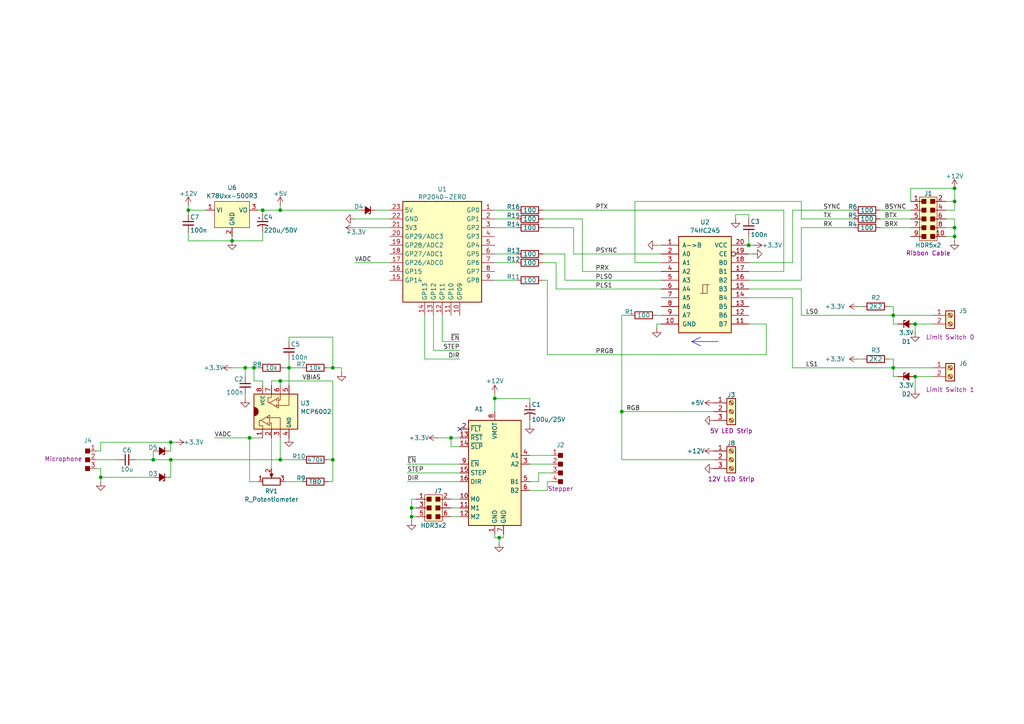
<source format=kicad_sch>
(kicad_sch (version 20231120) (generator "eeschema") (generator_version "8.0")
  (paper "A4")
  (lib_symbols
    (symbol "Aquiot-R8:K78Uxx-500R3"
      (property "Reference" "U" (at 0 1.778 0))
      (property "Value" "K78Uxx-500R3" (at 0 0 0))
      (symbol "K78Uxx-500R3_1_1"
        (pin power_in line (at -7.62 -3.81 0) (length 2.54) (name "VI") (number "1"))
        (pin passive line (at 0 -11.43 90) (length 2.54) (name "GND") (number "2"))
        (pin power_out line (at 7.62 -3.81 180) (length 2.54) (name "VO") (number "3"))
      )
    )
    (symbol "Aquiot-R8:RP2040-ZERO"
      (property "Reference" "U1" (at 0 6.096 0))
      (property "Value" "RP2040-ZERO" (at 0 3.81 0))
      (symbol "RP2040-ZERO_1_0"
        (pin bidirectional line (at 15.24 0 180) (length 3.81) (name "GP0") (number "1"))
        (pin bidirectional line (at 5.08 -30.48 90) (length 3.81) (name "GP09") (number "10"))
        (pin bidirectional line (at 2.54 -30.48 90) (length 3.81) (name "GP10") (number "11"))
        (pin bidirectional line (at 0 -30.48 90) (length 3.81) (name "GP11") (number "12"))
        (pin bidirectional line (at -2.54 -30.48 90) (length 3.81) (name "GP12") (number "13"))
        (pin bidirectional line (at -5.08 -30.48 90) (length 3.81) (name "GP13") (number "14"))
        (pin bidirectional line (at -15.24 -20.32 0) (length 3.81) (name "GP14") (number "15"))
        (pin bidirectional line (at -15.24 -17.78 0) (length 3.81) (name "GP15") (number "16"))
        (pin bidirectional line (at -15.24 -15.24 0) (length 3.81) (name "GP26/ADC0") (number "17"))
        (pin bidirectional line (at -15.24 -12.7 0) (length 3.81) (name "GP27/ADC1") (number "18"))
        (pin bidirectional line (at -15.24 -10.16 0) (length 3.81) (name "GP28/ADC2") (number "19"))
        (pin bidirectional line (at 15.24 -2.54 180) (length 3.81) (name "GP1") (number "2"))
        (pin bidirectional line (at -15.24 -7.62 0) (length 3.81) (name "GP29/ADC3") (number "20"))
        (pin power_in line (at -15.24 -5.08 0) (length 3.81) (name "3V3") (number "21"))
        (pin power_in line (at -15.24 -2.54 0) (length 3.81) (name "GND") (number "22"))
        (pin power_in line (at -15.24 0 0) (length 3.81) (name "5V") (number "23"))
        (pin bidirectional line (at 15.24 -5.08 180) (length 3.81) (name "GP2") (number "3"))
        (pin bidirectional line (at 15.24 -7.62 180) (length 3.81) (name "GP3") (number "4"))
        (pin bidirectional line (at 15.24 -10.16 180) (length 3.81) (name "GP4") (number "5"))
        (pin bidirectional line (at 15.24 -12.7 180) (length 3.81) (name "GP5") (number "6"))
        (pin bidirectional line (at 15.24 -15.24 180) (length 3.81) (name "GP6") (number "7"))
        (pin bidirectional line (at 15.24 -17.78 180) (length 3.81) (name "GP7") (number "8"))
        (pin bidirectional line (at 15.24 -20.32 180) (length 3.81) (name "GP8") (number "9"))
      )
    )
    (symbol "Aquiot:74HC245" (pin_names (offset 1.016))
      (property "Reference" "U" (at 0 16.51 0))
      (property "Value" "74HC245" (at 0 -13.97 0))
      (symbol "74HC245_1_0"
        (pin input line (at -12.7 12.7 0) (length 5.08) (name "A->B") (number "1"))
        (pin power_in line (at -12.7 -10.16 0) (length 5.08) (name "GND") (number "10"))
        (pin tri_state line (at 12.7 -10.16 180) (length 5.08) (name "B7") (number "11"))
        (pin tri_state line (at 12.7 -7.62 180) (length 5.08) (name "B6") (number "12"))
        (pin tri_state line (at 12.7 -5.08 180) (length 5.08) (name "B5") (number "13"))
        (pin tri_state line (at 12.7 -2.54 180) (length 5.08) (name "B4") (number "14"))
        (pin tri_state line (at 12.7 0 180) (length 5.08) (name "B3") (number "15"))
        (pin tri_state line (at 12.7 2.54 180) (length 5.08) (name "B2") (number "16"))
        (pin tri_state line (at 12.7 5.08 180) (length 5.08) (name "B1") (number "17"))
        (pin tri_state line (at 12.7 7.62 180) (length 5.08) (name "B0") (number "18"))
        (pin input inverted (at 12.7 10.16 180) (length 5.08) (name "CE") (number "19"))
        (pin tri_state line (at -12.7 10.16 0) (length 5.08) (name "A0") (number "2"))
        (pin power_in line (at 12.7 12.7 180) (length 5.08) (name "VCC") (number "20"))
        (pin tri_state line (at -12.7 7.62 0) (length 5.08) (name "A1") (number "3"))
        (pin tri_state line (at -12.7 5.08 0) (length 5.08) (name "A2") (number "4"))
        (pin tri_state line (at -12.7 2.54 0) (length 5.08) (name "A3") (number "5"))
        (pin tri_state line (at -12.7 0 0) (length 5.08) (name "A4") (number "6"))
        (pin tri_state line (at -12.7 -2.54 0) (length 5.08) (name "A5") (number "7"))
        (pin tri_state line (at -12.7 -5.08 0) (length 5.08) (name "A6") (number "8"))
        (pin tri_state line (at -12.7 -7.62 0) (length 5.08) (name "A7") (number "9"))
      )
    )
    (symbol "Aquiot:HDR3" (pin_names (offset 0.762) hide)
      (property "Reference" "J" (at 0 2.54 0))
      (property "Value" "HDR3" (at 0 -6.985 0))
      (symbol "HDR3_0_1"
        (pin passive line (at -2.54 0 0) (length 1.905) (name "1") (number "1"))
      )
      (symbol "HDR3_1_1"
        (pin passive line (at -2.54 -2.54 0) (length 1.905) (name "2") (number "2"))
        (pin passive line (at -2.54 -5.08 0) (length 1.905) (name "3") (number "3"))
      )
    )
    (symbol "Aquiot:HDR3x2" (pin_names (offset 1.016) hide)
      (property "Reference" "J" (at 0 5.08 0))
      (property "Value" "HDR3x2" (at 0 -5.08 0))
      (property "DK" "2057-PH2-06-UA-ND,S2011EC-03-ND" (at 0 -7.62 0))
      (symbol "HDR3x2_1_1"
        (pin passive line (at -5.08 2.54 0) (length 3.175) (name "1") (number "1"))
        (pin passive line (at 5.08 2.54 180) (length 3.175) (name "2") (number "2"))
        (pin passive line (at -5.08 0 0) (length 3.175) (name "3") (number "3"))
        (pin passive line (at 5.08 0 180) (length 3.175) (name "4") (number "4"))
        (pin passive line (at -5.08 -2.54 0) (length 3.175) (name "5") (number "5"))
        (pin passive line (at 5.08 -2.54 180) (length 3.175) (name "6") (number "6"))
      )
    )
    (symbol "Aquiot:HDR4" (pin_names (offset 0.762) hide)
      (property "Reference" "J" (at 0 2.54 0))
      (property "Value" "HDR4" (at 0 -9.525 0))
      (symbol "HDR4_0_1"
        (pin passive line (at -2.54 0 0) (length 1.905) (name "1") (number "1"))
      )
      (symbol "HDR4_1_1"
        (pin passive line (at -2.54 -2.54 0) (length 1.905) (name "2") (number "2"))
        (pin passive line (at -2.54 -5.08 0) (length 1.905) (name "3") (number "3"))
        (pin passive line (at -2.54 -7.62 0) (length 1.905) (name "4") (number "4"))
      )
    )
    (symbol "Aquiot:HDR5x2" (pin_names (offset 1.016) hide)
      (property "Reference" "J" (at 0 7.62 0))
      (property "Value" "HDR5x2" (at 0 -7.62 0))
      (symbol "HDR5x2_1_1"
        (pin passive line (at -5.08 5.08 0) (length 3.175) (name "1") (number "1"))
        (pin passive line (at 5.08 -5.08 180) (length 3.175) (name "10") (number "10"))
        (pin passive line (at 5.08 5.08 180) (length 3.175) (name "2") (number "2"))
        (pin passive line (at -5.08 2.54 0) (length 3.175) (name "3") (number "3"))
        (pin passive line (at 5.08 2.54 180) (length 3.175) (name "4") (number "4"))
        (pin passive line (at -5.08 0 0) (length 3.175) (name "5") (number "5"))
        (pin passive line (at 5.08 0 180) (length 3.175) (name "6") (number "6"))
        (pin passive line (at -5.08 -2.54 0) (length 3.175) (name "7") (number "7"))
        (pin passive line (at 5.08 -2.54 180) (length 3.175) (name "8") (number "8"))
        (pin passive line (at -5.08 -5.08 0) (length 3.175) (name "9") (number "9"))
      )
    )
    (symbol "Aquiot:MCP6002" (pin_names (offset 0.254))
      (property "Reference" "U" (at 0 3.81 0))
      (property "Value" "MCP6002" (at 0 -11.43 0))
      (property "DK" "MCP6002T-E/SNCT-ND" (at 0 -13.97 0))
      (symbol "MCP6002_1_1"
        (pin passive line (at -7.62 0 0) (length 2.54) (name "AO") (number "1"))
        (pin passive line (at -7.62 -2.54 0) (length 2.54) (name "A-") (number "2"))
        (pin passive line (at -7.62 -5.08 0) (length 2.54) (name "A+") (number "3"))
        (pin power_in line (at -7.62 -7.62 0) (length 2.54) (name "GND") (number "4"))
        (pin passive line (at 7.62 -7.62 180) (length 2.54) (name "B+") (number "5"))
        (pin passive line (at 7.62 -5.08 180) (length 2.54) (name "B-") (number "6"))
        (pin passive line (at 7.62 -2.54 180) (length 2.54) (name "BO") (number "7"))
        (pin power_in line (at 7.62 0 180) (length 2.54) (name "VCC") (number "8"))
      )
    )
    (symbol "Connector:Screw_Terminal_01x02" (pin_names (offset 1.016) hide)
      (property "Reference" "J" (at 0 2.54 0))
      (property "Value" "Screw_Terminal_01x02" (at 0 -5.08 0))
      (symbol "Screw_Terminal_01x02_1_1"
        (pin passive line (at -5.08 0 0) (length 3.81) (name "Pin_1") (number "1"))
        (pin passive line (at -5.08 -2.54 0) (length 3.81) (name "Pin_2") (number "2"))
      )
    )
    (symbol "Connector:Screw_Terminal_01x03" (pin_names (offset 1.016) hide)
      (property "Reference" "J" (at 0 5.08 0))
      (property "Value" "Screw_Terminal_01x03" (at 0 -5.08 0))
      (symbol "Screw_Terminal_01x03_1_1"
        (pin passive line (at -5.08 2.54 0) (length 3.81) (name "Pin_1") (number "1"))
        (pin passive line (at -5.08 0 0) (length 3.81) (name "Pin_2") (number "2"))
        (pin passive line (at -5.08 -2.54 0) (length 3.81) (name "Pin_3") (number "3"))
      )
    )
    (symbol "Device:C_Polarized_Small_US" (pin_numbers hide) (pin_names (offset 0.254) hide)
      (property "Reference" "C" (at 0.254 1.778 0))
      (property "Value" "C_Polarized_Small_US" (at 0.254 -2.032 0))
      (symbol "C_Polarized_Small_US_1_1"
        (pin passive line (at 0 2.54 270) (length 2.032) (name "~") (number "1"))
        (pin passive line (at 0 -2.54 90) (length 2.032) (name "~") (number "2"))
      )
    )
    (symbol "Device:C_Small" (pin_numbers hide) (pin_names (offset 0.254) hide)
      (property "Reference" "C" (at 0.254 1.778 0))
      (property "Value" "C_Small" (at 0.254 -2.032 0))
      (symbol "C_Small_1_1"
        (pin passive line (at 0 2.54 270) (length 2.032) (name "~") (number "1"))
        (pin passive line (at 0 -2.54 90) (length 2.032) (name "~") (number "2"))
      )
    )
    (symbol "Device:D_Zener_Small_Filled" (pin_numbers hide) (pin_names (offset 0.254) hide)
      (property "Reference" "D" (at 0 2.286 0))
      (property "Value" "D_Zener_Small_Filled" (at 0 -2.286 0))
      (symbol "D_Zener_Small_Filled_1_1"
        (pin passive line (at -2.54 0 0) (length 1.778) (name "K") (number "1"))
        (pin passive line (at 2.54 0 180) (length 1.778) (name "A") (number "2"))
      )
    )
    (symbol "Device:R" (pin_numbers hide) (pin_names (offset 0))
      (property "Reference" "R" (at 2.032 0 90))
      (property "Value" "R" (at 0 0 90))
      (symbol "R_1_1"
        (pin passive line (at 0 3.81 270) (length 1.27) (name "~") (number "1"))
        (pin passive line (at 0 -3.81 90) (length 1.27) (name "~") (number "2"))
      )
    )
    (symbol "Device:R_Potentiometer" (pin_names (offset 1.016) hide)
      (property "Reference" "RV" (at -4.445 0 90))
      (property "Value" "R_Potentiometer" (at -2.54 0 90))
      (symbol "R_Potentiometer_1_1"
        (pin passive line (at 0 3.81 270) (length 1.27) (name "1") (number "1"))
        (pin passive line (at 3.81 0 180) (length 1.27) (name "2") (number "2"))
        (pin passive line (at 0 -3.81 90) (length 1.27) (name "3") (number "3"))
      )
    )
    (symbol "Driver_Motor:Pololu_Breakout_DRV8825"
      (property "Reference" "A" (at -2.54 16.51 0))
      (property "Value" "Pololu_Breakout_DRV8825" (at -2.54 13.97 0))
      (symbol "Pololu_Breakout_DRV8825_1_1"
        (pin power_in line (at 0 -20.32 90) (length 2.54) (name "GND") (number "1"))
        (pin input line (at -10.16 -10.16 0) (length 2.54) (name "M0") (number "10"))
        (pin input line (at -10.16 -12.7 0) (length 2.54) (name "M1") (number "11"))
        (pin input line (at -10.16 -15.24 0) (length 2.54) (name "M2") (number "12"))
        (pin input line (at -10.16 7.62 0) (length 2.54) (name "~{RST}") (number "13"))
        (pin input line (at -10.16 5.08 0) (length 2.54) (name "~{SLP}") (number "14"))
        (pin input line (at -10.16 -2.54 0) (length 2.54) (name "STEP") (number "15"))
        (pin input line (at -10.16 -5.08 0) (length 2.54) (name "DIR") (number "16"))
        (pin output line (at -10.16 10.16 0) (length 2.54) (name "~{FLT}") (number "2"))
        (pin output line (at 10.16 0 180) (length 2.54) (name "A2") (number "3"))
        (pin output line (at 10.16 2.54 180) (length 2.54) (name "A1") (number "4"))
        (pin output line (at 10.16 -5.08 180) (length 2.54) (name "B1") (number "5"))
        (pin output line (at 10.16 -7.62 180) (length 2.54) (name "B2") (number "6"))
        (pin power_in line (at 2.54 -20.32 90) (length 2.54) (name "GND") (number "7"))
        (pin power_in line (at 0 15.24 270) (length 2.54) (name "VMOT") (number "8"))
        (pin input line (at -10.16 0 0) (length 2.54) (name "~{EN}") (number "9"))
      )
    )
    (symbol "power:+12V" (power) (pin_numbers hide) (pin_names (offset 0) hide)
      (property "Value" "+12V" (at 0 3.556 0))
      (symbol "+12V_1_1"
        (pin power_in line (at 0 0 90) (length 0) (name "~") (number "1"))
      )
    )
    (symbol "power:+3.3V" (power) (pin_numbers hide) (pin_names (offset 0) hide)
      (property "Value" "+3.3V" (at 0 3.556 0))
      (symbol "+3.3V_1_1"
        (pin power_in line (at 0 0 90) (length 0) (name "~") (number "1"))
      )
    )
    (symbol "power:+5V" (power) (pin_numbers hide) (pin_names (offset 0) hide)
      (property "Value" "+5V" (at 0 3.556 0))
      (symbol "+5V_1_1"
        (pin power_in line (at 0 0 90) (length 0) (name "~") (number "1"))
      )
    )
    (symbol "power:GND" (power) (pin_numbers hide) (pin_names (offset 0) hide)
      (property "Value" "GND" (at 0 -3.81 0))
      (symbol "GND_1_1"
        (pin power_in line (at 0 0 270) (length 0) (name "~") (number "1"))
      )
    )
  )
  (junction (at 96.52 133.35))
  (junction (at 144.78 155.956))
  (junction (at 71.12 106.68))
  (junction (at 119.38 147.32))
  (junction (at 143.51 115.57))
  (junction (at 259.08 106.68))
  (junction (at 49.53 133.35))
  (junction (at 119.38 149.86))
  (junction (at 81.28 110.49))
  (junction (at 265.43 93.98))
  (junction (at 44.45 133.35))
  (junction (at 265.43 109.22))
  (junction (at 29.21 138.43))
  (junction (at 276.86 66.04))
  (junction (at 180.34 119.38))
  (junction (at 49.53 128.27))
  (junction (at 259.08 91.44))
  (junction (at 81.28 60.96))
  (junction (at 276.86 54.61))
  (junction (at 72.39 127))
  (junction (at 83.82 106.68))
  (junction (at 54.61 60.96))
  (junction (at 217.17 71.12))
  (junction (at 81.28 133.35))
  (junction (at 276.86 68.58))
  (junction (at 73.66 106.68))
  (junction (at 276.86 58.42))
  (junction (at 67.31 69.85))
  (junction (at 96.52 106.68))
  (junction (at 130.81 127))
  (junction (at 76.2 60.96))
  (no_connect (at 133.35 124.46))
  (wire (pts (xy 157.48 81.28) (xy 158.75 81.28)))
  (wire (pts (xy 29.21 138.43) (xy 29.21 139.7)))
  (wire (pts (xy 133.35 101.6) (xy 125.73 101.6)))
  (wire (pts (xy 76.2 60.96) (xy 76.2 62.23)))
  (wire (pts (xy 163.83 81.28) (xy 191.77 81.28)))
  (wire (pts (xy 44.45 130.81) (xy 44.45 133.35)))
  (wire (pts (xy 54.61 69.85) (xy 67.31 69.85)))
  (wire (pts (xy 27.94 135.89) (xy 29.21 135.89)))
  (wire (pts (xy 257.81 104.14) (xy 259.08 104.14)))
  (wire (pts (xy 161.29 76.2) (xy 161.29 83.82)))
  (wire (pts (xy 217.17 93.98) (xy 222.25 93.98)))
  (wire (pts (xy 184.15 76.2) (xy 184.15 58.42)))
  (wire (pts (xy 248.92 104.14) (xy 250.19 104.14)))
  (wire (pts (xy 213.36 62.23) (xy 217.17 62.23)))
  (wire (pts (xy 213.36 63.5) (xy 213.36 62.23)))
  (wire (pts (xy 146.05 155.956) (xy 144.78 155.956)))
  (wire (pts (xy 166.37 73.66) (xy 191.77 73.66)))
  (wire (pts (xy 81.28 60.96) (xy 104.14 60.96)))
  (wire (pts (xy 157.48 63.5) (xy 168.91 63.5)))
  (wire (pts (xy 119.38 147.32) (xy 120.65 147.32)))
  (wire (pts (xy 119.38 149.86) (xy 119.38 151.13)))
  (wire (pts (xy 143.51 81.28) (xy 149.86 81.28)))
  (wire (pts (xy 157.48 76.2) (xy 161.29 76.2)))
  (wire (pts (xy 259.08 109.22) (xy 260.35 109.22)))
  (wire (pts (xy 265.43 93.98) (xy 265.43 96.52)))
  (wire (pts (xy 143.51 154.94) (xy 143.51 155.956)))
  (wire (pts (xy 73.66 106.68) (xy 74.93 106.68)))
  (wire (pts (xy 232.41 81.28) (xy 232.41 66.04)))
  (wire (pts (xy 259.08 109.22) (xy 259.08 106.68)))
  (wire (pts (xy 255.27 63.5) (xy 264.16 63.5)))
  (wire (pts (xy 78.74 111.76) (xy 78.74 110.49)))
  (wire (pts (xy 255.27 60.96) (xy 264.16 60.96)))
  (wire (pts (xy 217.17 83.82) (xy 232.41 83.82)))
  (wire (pts (xy 229.87 60.96) (xy 247.65 60.96)))
  (wire (pts (xy 259.08 91.44) (xy 270.51 91.44)))
  (wire (pts (xy 217.17 78.74) (xy 227.33 78.74)))
  (wire (pts (xy 67.31 68.58) (xy 67.31 69.85)))
  (polyline (pts (xy 200.66 99.06) (xy 208.28 99.06)))
  (wire (pts (xy 123.19 104.14) (xy 123.19 91.44)))
  (wire (pts (xy 95.25 106.68) (xy 96.52 106.68)))
  (wire (pts (xy 76.2 67.31) (xy 76.2 69.85)))
  (polyline (pts (xy 203.2 97.79) (xy 200.66 99.06)))
  (wire (pts (xy 127 127) (xy 130.81 127)))
  (wire (pts (xy 163.83 81.28) (xy 163.83 73.66)))
  (wire (pts (xy 158.75 81.28) (xy 158.75 102.87)))
  (wire (pts (xy 95.25 133.35) (xy 96.52 133.35)))
  (wire (pts (xy 74.93 60.96) (xy 76.2 60.96)))
  (wire (pts (xy 83.82 104.14) (xy 83.82 106.68)))
  (wire (pts (xy 158.75 139.7) (xy 158.75 142.24)))
  (wire (pts (xy 191.77 76.2) (xy 184.15 76.2)))
  (wire (pts (xy 264.16 54.61) (xy 276.86 54.61)))
  (wire (pts (xy 82.55 106.68) (xy 83.82 106.68)))
  (wire (pts (xy 96.52 97.79) (xy 96.52 106.68)))
  (wire (pts (xy 153.67 139.7) (xy 156.21 139.7)))
  (wire (pts (xy 82.55 139.7) (xy 87.63 139.7)))
  (wire (pts (xy 157.48 60.96) (xy 227.33 60.96)))
  (wire (pts (xy 143.51 76.2) (xy 149.86 76.2)))
  (wire (pts (xy 161.29 83.82) (xy 191.77 83.82)))
  (wire (pts (xy 274.32 68.58) (xy 276.86 68.58)))
  (wire (pts (xy 153.67 121.92) (xy 153.67 123.19)))
  (wire (pts (xy 157.48 66.04) (xy 166.37 66.04)))
  (wire (pts (xy 62.23 127) (xy 72.39 127)))
  (wire (pts (xy 222.25 93.98) (xy 222.25 102.87)))
  (wire (pts (xy 143.51 73.66) (xy 149.86 73.66)))
  (wire (pts (xy 125.73 101.6) (xy 125.73 91.44)))
  (wire (pts (xy 264.16 58.42) (xy 264.16 54.61)))
  (wire (pts (xy 67.31 106.68) (xy 71.12 106.68)))
  (wire (pts (xy 265.43 109.22) (xy 270.51 109.22)))
  (wire (pts (xy 184.15 58.42) (xy 232.41 58.42)))
  (wire (pts (xy 71.12 106.68) (xy 73.66 106.68)))
  (wire (pts (xy 259.08 88.9) (xy 259.08 91.44)))
  (wire (pts (xy 49.53 133.35) (xy 81.28 133.35)))
  (wire (pts (xy 29.21 130.81) (xy 27.94 130.81)))
  (wire (pts (xy 191.77 93.98) (xy 190.5 93.98)))
  (wire (pts (xy 146.05 154.94) (xy 146.05 155.956)))
  (wire (pts (xy 128.27 99.06) (xy 128.27 91.44)))
  (wire (pts (xy 229.87 86.36) (xy 229.87 106.68)))
  (wire (pts (xy 257.81 88.9) (xy 259.08 88.9)))
  (wire (pts (xy 81.28 133.35) (xy 87.63 133.35)))
  (wire (pts (xy 78.74 110.49) (xy 81.28 110.49)))
  (wire (pts (xy 190.5 93.98) (xy 190.5 95.25)))
  (wire (pts (xy 156.21 137.16) (xy 160.02 137.16)))
  (wire (pts (xy 143.51 115.57) (xy 143.51 119.38)))
  (wire (pts (xy 76.2 69.85) (xy 67.31 69.85)))
  (wire (pts (xy 133.35 99.06) (xy 128.27 99.06)))
  (wire (pts (xy 130.81 129.54) (xy 130.81 127)))
  (wire (pts (xy 74.93 139.7) (xy 72.39 139.7)))
  (wire (pts (xy 180.34 91.44) (xy 182.88 91.44)))
  (wire (pts (xy 133.35 129.54) (xy 130.81 129.54)))
  (wire (pts (xy 158.75 142.24) (xy 153.67 142.24)))
  (wire (pts (xy 39.37 133.35) (xy 44.45 133.35)))
  (wire (pts (xy 153.67 115.57) (xy 153.67 116.84)))
  (wire (pts (xy 102.87 66.04) (xy 113.03 66.04)))
  (wire (pts (xy 118.11 139.7) (xy 133.35 139.7)))
  (wire (pts (xy 96.52 133.35) (xy 96.52 139.7)))
  (wire (pts (xy 276.86 58.42) (xy 274.32 58.42)))
  (wire (pts (xy 229.87 106.68) (xy 259.08 106.68)))
  (wire (pts (xy 229.87 76.2) (xy 229.87 60.96)))
  (wire (pts (xy 49.53 128.27) (xy 29.21 128.27)))
  (wire (pts (xy 96.52 139.7) (xy 95.25 139.7)))
  (wire (pts (xy 99.06 106.68) (xy 99.06 107.95)))
  (wire (pts (xy 71.12 114.3) (xy 71.12 115.57)))
  (wire (pts (xy 73.66 110.49) (xy 73.66 106.68)))
  (wire (pts (xy 217.17 76.2) (xy 229.87 76.2)))
  (wire (pts (xy 207.01 133.35) (xy 180.34 133.35)))
  (wire (pts (xy 49.53 133.35) (xy 49.53 138.43)))
  (wire (pts (xy 102.87 76.2) (xy 113.03 76.2)))
  (wire (pts (xy 27.94 133.35) (xy 34.29 133.35)))
  (wire (pts (xy 118.11 137.16) (xy 133.35 137.16)))
  (wire (pts (xy 143.51 60.96) (xy 149.86 60.96)))
  (wire (pts (xy 259.08 91.44) (xy 259.08 93.98)))
  (wire (pts (xy 156.21 139.7) (xy 156.21 137.16)))
  (wire (pts (xy 180.34 133.35) (xy 180.34 119.38)))
  (wire (pts (xy 76.2 110.49) (xy 73.66 110.49)))
  (wire (pts (xy 76.2 60.96) (xy 81.28 60.96)))
  (wire (pts (xy 255.27 66.04) (xy 264.16 66.04)))
  (wire (pts (xy 78.74 127) (xy 78.74 135.89)))
  (wire (pts (xy 144.78 155.956) (xy 143.51 155.956)))
  (wire (pts (xy 232.41 83.82) (xy 232.41 91.44)))
  (wire (pts (xy 265.43 109.22) (xy 265.43 113.03)))
  (wire (pts (xy 119.38 147.32) (xy 119.38 149.86)))
  (wire (pts (xy 109.22 60.96) (xy 113.03 60.96)))
  (wire (pts (xy 87.63 106.68) (xy 83.82 106.68)))
  (wire (pts (xy 143.51 115.57) (xy 153.67 115.57)))
  (wire (pts (xy 232.41 66.04) (xy 247.65 66.04)))
  (wire (pts (xy 130.81 149.86) (xy 133.35 149.86)))
  (wire (pts (xy 81.28 110.49) (xy 96.52 110.49)))
  (wire (pts (xy 217.17 71.12) (xy 218.44 71.12)))
  (wire (pts (xy 180.34 91.44) (xy 180.34 119.38)))
  (wire (pts (xy 259.08 93.98) (xy 260.35 93.98)))
  (wire (pts (xy 227.33 78.74) (xy 227.33 60.96)))
  (wire (pts (xy 76.2 111.76) (xy 76.2 110.49)))
  (wire (pts (xy 259.08 106.68) (xy 270.51 106.68)))
  (wire (pts (xy 54.61 67.31) (xy 54.61 69.85)))
  (wire (pts (xy 276.86 60.96) (xy 276.86 58.42)))
  (wire (pts (xy 54.61 60.96) (xy 59.69 60.96)))
  (wire (pts (xy 29.21 128.27) (xy 29.21 130.81)))
  (wire (pts (xy 83.82 97.79) (xy 83.82 99.06)))
  (wire (pts (xy 166.37 66.04) (xy 166.37 73.66)))
  (wire (pts (xy 232.41 91.44) (xy 259.08 91.44)))
  (wire (pts (xy 190.5 71.12) (xy 191.77 71.12)))
  (wire (pts (xy 143.51 114.3) (xy 143.51 115.57)))
  (wire (pts (xy 168.91 78.74) (xy 191.77 78.74)))
  (wire (pts (xy 270.51 93.98) (xy 265.43 93.98)))
  (wire (pts (xy 83.82 106.68) (xy 83.82 111.76)))
  (wire (pts (xy 72.39 127) (xy 76.2 127)))
  (wire (pts (xy 163.83 73.66) (xy 157.48 73.66)))
  (wire (pts (xy 99.06 106.68) (xy 96.52 106.68)))
  (wire (pts (xy 102.87 63.5) (xy 113.03 63.5)))
  (wire (pts (xy 54.61 59.69) (xy 54.61 60.96)))
  (wire (pts (xy 118.11 134.62) (xy 133.35 134.62)))
  (wire (pts (xy 119.38 144.78) (xy 119.38 147.32)))
  (wire (pts (xy 119.38 149.86) (xy 120.65 149.86)))
  (wire (pts (xy 130.81 147.32) (xy 133.35 147.32)))
  (wire (pts (xy 168.91 63.5) (xy 168.91 78.74)))
  (wire (pts (xy 120.65 144.78) (xy 119.38 144.78)))
  (wire (pts (xy 153.67 132.08) (xy 160.02 132.08)))
  (wire (pts (xy 160.02 139.7) (xy 158.75 139.7)))
  (wire (pts (xy 133.35 104.14) (xy 123.19 104.14)))
  (wire (pts (xy 259.08 104.14) (xy 259.08 106.68)))
  (wire (pts (xy 217.17 81.28) (xy 232.41 81.28)))
  (wire (pts (xy 217.17 86.36) (xy 229.87 86.36)))
  (wire (pts (xy 180.34 119.38) (xy 207.01 119.38)))
  (wire (pts (xy 276.86 66.04) (xy 276.86 68.58)))
  (wire (pts (xy 274.32 63.5) (xy 276.86 63.5)))
  (wire (pts (xy 81.28 127) (xy 81.28 133.35)))
  (wire (pts (xy 72.39 139.7) (xy 72.39 127)))
  (wire (pts (xy 232.41 58.42) (xy 232.41 63.5)))
  (wire (pts (xy 190.5 91.44) (xy 191.77 91.44)))
  (wire (pts (xy 143.51 63.5) (xy 149.86 63.5)))
  (wire (pts (xy 217.17 73.66) (xy 218.44 73.66)))
  (wire (pts (xy 29.21 138.43) (xy 44.45 138.43)))
  (wire (pts (xy 217.17 62.23) (xy 217.17 63.5)))
  (wire (pts (xy 130.81 127) (xy 133.35 127)))
  (wire (pts (xy 144.78 155.956) (xy 144.78 157.48)))
  (wire (pts (xy 29.21 138.43) (xy 29.21 135.89)))
  (wire (pts (xy 50.8 128.27) (xy 49.53 128.27)))
  (wire (pts (xy 81.28 110.49) (xy 81.28 111.76)))
  (polyline (pts (xy 200.66 99.06) (xy 203.2 100.33)))
  (wire (pts (xy 276.86 68.58) (xy 276.86 69.85)))
  (wire (pts (xy 44.45 133.35) (xy 49.53 133.35)))
  (wire (pts (xy 274.32 60.96) (xy 276.86 60.96)))
  (wire (pts (xy 130.81 144.78) (xy 133.35 144.78)))
  (wire (pts (xy 276.86 54.61) (xy 276.86 58.42)))
  (wire (pts (xy 54.61 60.96) (xy 54.61 62.23)))
  (wire (pts (xy 83.82 97.79) (xy 96.52 97.79)))
  (wire (pts (xy 232.41 63.5) (xy 247.65 63.5)))
  (wire (pts (xy 143.51 66.04) (xy 149.86 66.04)))
  (wire (pts (xy 153.67 134.62) (xy 160.02 134.62)))
  (wire (pts (xy 248.92 88.9) (xy 250.19 88.9)))
  (wire (pts (xy 49.53 128.27) (xy 49.53 130.81)))
  (wire (pts (xy 96.52 110.49) (xy 96.52 133.35)))
  (wire (pts (xy 276.86 63.5) (xy 276.86 66.04)))
  (wire (pts (xy 217.17 68.58) (xy 217.17 71.12)))
  (wire (pts (xy 81.28 59.69) (xy 81.28 60.96)))
  (wire (pts (xy 274.32 66.04) (xy 276.86 66.04)))
  (wire (pts (xy 71.12 106.68) (xy 71.12 109.22)))
  (wire (pts (xy 158.75 102.87) (xy 222.25 102.87)))
  (label "VADC" (at 102.87 76.2 0))
  (label "PTX" (at 172.72 60.96 0))
  (label "PLS0" (at 172.72 81.28 0))
  (label "PRGB" (at 172.72 102.87 0))
  (label "TX" (at 238.76 63.5 0))
  (label "BTX" (at 256.54 63.5 0))
  (label "PRX" (at 172.72 78.74 0))
  (label "VADC" (at 62.23 127 0))
  (label "LS1" (at 233.68 106.68 0))
  (label "BRX" (at 256.54 66.04 0))
  (label "BSYNC" (at 256.54 60.96 0))
  (label "VBIAS" (at 87.63 110.49 0))
  (label "RX" (at 238.76 66.04 0))
  (label "STEP" (at 118.11 137.16 0))
  (label "SYNC" (at 238.76 60.96 0))
  (label "STEP" (at 133.35 101.6 180))
  (label "RGB" (at 181.61 119.38 0))
  (label "LS0" (at 233.68 91.44 0))
  (label "PLS1" (at 172.72 83.82 0))
  (label "~{EN}" (at 133.35 99.06 180))
  (label "~{EN}" (at 118.11 134.62 0))
  (label "DIR" (at 118.11 139.7 0))
  (label "DIR" (at 133.35 104.14 180))
  (label "PSYNC" (at 172.72 73.66 0))
  (symbol (lib_id "Device:R") (at 251.46 63.5 270) (mirror x) (unit 1)
    (property "Reference" "R5" (at 248.666 63.246 90) (effects (justify right top)))
    (property "Value" "100" (at 251.46 63.5 90))
    (property "Footprint" "Resistor_THT:R_Axial_DIN0207_L6.3mm_D2.5mm_P7.62mm_Horizontal" (effects (hide yes)))
    (property "Description" "Resistor" (effects (hide yes)))
  )
  (symbol (lib_id "Device:C_Small") (at 71.12 111.76 0) (mirror y) (unit 1)
    (property "Reference" "C2" (at 70.612 109.982 0) (effects (justify left)))
    (property "Value" "100n" (at 70.612 113.792 0) (effects (justify left)))
    (property "Footprint" "Aquiot:C_Ceramic-100mil-THT" (effects (hide yes)))
    (property "Datasheet" "http://www.vishay.com/docs/45171/kseries.pdf" (effects (hide yes)))
    (property "DK" "445-173269-1-ND" (effects (hide yes)))
  )
  (symbol (lib_id "Device:R") (at 254 104.14 90) (unit 1)
    (property "Reference" "R3" (at 254 101.6 90))
    (property "Value" "2K2" (at 254 104.14 90))
    (property "Footprint" "Resistor_THT:R_Axial_DIN0207_L6.3mm_D2.5mm_P7.62mm_Horizontal" (effects (hide yes)))
    (property "Description" "Pull-down resistor" (effects (hide yes)))
  )
  (symbol (lib_id "Aquiot:MCP6002") (at 76.2 119.38 90) (unit 1)
    (property "Reference" "U3" (at 87.122 116.9557 90) (effects (justify right)))
    (property "Value" "MCP6002" (at 87.122 119.38 90) (effects (justify right)))
    (property "Footprint" "Package_DIP:DIP-8_W7.62mm_Socket_LongPads" (effects (hide yes)))
    (property "Datasheet" "https://ww1.microchip.com/downloads/en/DeviceDoc/MCP6001-1R-1U-2-4-1-MHz-Low-Power-Op-Amp-DS20001733L.pdf" (effects (hide yes)))
    (property "Description" "Dual Operational Amplifiers, Rail-to-Rail, 8-SOIC" (effects (hide yes)))
    (property "DK" "MCP6002T-E/SNCT-ND" (effects (hide yes)))
  )
  (symbol (lib_id "power:GND") (at 99.06 107.95 0) (mirror y) (unit 1)
    (property "Reference" "#PWR015" (effects (hide yes)))
    (property "Value" "GND" (effects (hide yes)))
    (property "Description" "Power symbol creates a global label with name \"GND\" , ground" (effects (hide yes)))
  )
  (symbol (lib_id "power:GND") (at 213.36 63.5 0) (mirror y) (unit 1)
    (property "Reference" "#PWR022" (effects (hide yes)))
    (property "Value" "GND" (effects (hide yes)))
    (property "Description" "Power symbol creates a global label with name \"GND\" , ground" (effects (hide yes)))
  )
  (symbol (lib_id "Device:D_Zener_Small_Filled") (at 46.99 138.43 180) (unit 1)
    (property "Reference" "D3" (at 45.72 137.414 0) (effects (justify left)))
    (property "Value" "30V" (effects (hide yes)))
    (property "Footprint" "Diode_THT:D_A-405_P7.62mm_Horizontal" (effects (hide yes)))
  )
  (symbol (lib_id "power:GND") (at 29.21 139.7 0) (mirror y) (unit 1)
    (property "Reference" "#PWR023" (effects (hide yes)))
    (property "Value" "GND" (effects (hide yes)))
    (property "Description" "Power symbol creates a global label with name \"GND\" , ground" (effects (hide yes)))
  )
  (symbol (lib_id "power:GND") (at 207.01 121.92 270) (unit 1)
    (property "Reference" "#PWR026" (effects (hide yes)))
    (property "Value" "GND" (effects (hide yes)))
    (property "Description" "Power symbol creates a global label with name \"GND\" , ground" (effects (hide yes)))
  )
  (symbol (lib_id "Aquiot:HDR4") (at 162.56 132.08 0) (unit 1)
    (property "Reference" "J2" (at 162.56 129.794 0) (effects (justify bottom)))
    (property "Value" "HDR4" (effects (hide yes)))
    (property "Footprint" "Button_Switch_THT:SW_DIP_SPSTx02_Slide_6.7x6.64mm_W7.62mm_P2.54mm_LowProfile" (effects (hide yes)))
    (property "Description" "Generic connector, single row, 01x04, script generated" (effects (hide yes)))
    (property "Function" "Stepper" (at 162.56 141.732 0))
  )
  (symbol (lib_id "Device:R") (at 153.67 60.96 270) (mirror x) (unit 1)
    (property "Reference" "R16" (at 150.876 60.706 90) (effects (justify right top)))
    (property "Value" "100" (at 153.67 60.96 90))
    (property "Footprint" "Resistor_THT:R_Axial_DIN0207_L6.3mm_D2.5mm_P7.62mm_Horizontal" (effects (hide yes)))
    (property "Description" "Resistor" (effects (hide yes)))
  )
  (symbol (lib_id "Connector:Screw_Terminal_01x03") (at 212.09 133.35 0) (unit 1)
    (property "Reference" "J8" (at 212.09 128.524 0))
    (property "Value" "Screw_Terminal_01x03" (effects (hide yes)))
    (property "Footprint" "TerminalBlock_4Ucon:TerminalBlock_4Ucon_1x03_P3.50mm_Vertical" (effects (hide yes)))
    (property "Description" "12V LED Strip" (at 212.09 138.938 0))
  )
  (symbol (lib_id "Device:R") (at 153.67 66.04 270) (mirror x) (unit 1)
    (property "Reference" "R14" (at 150.876 65.786 90) (effects (justify right top)))
    (property "Value" "100" (at 153.67 66.04 90))
    (property "Footprint" "Resistor_THT:R_Axial_DIN0207_L6.3mm_D2.5mm_P7.62mm_Horizontal" (effects (hide yes)))
    (property "Description" "Resistor" (effects (hide yes)))
  )
  (symbol (lib_id "Device:R") (at 153.67 81.28 270) (mirror x) (unit 1)
    (property "Reference" "R11" (at 150.876 81.026 90) (effects (justify right top)))
    (property "Value" "100" (at 153.67 81.28 90))
    (property "Footprint" "Resistor_THT:R_Axial_DIN0207_L6.3mm_D2.5mm_P7.62mm_Horizontal" (effects (hide yes)))
    (property "Description" "Resistor" (effects (hide yes)))
  )
  (symbol (lib_id "Aquiot:HDR3") (at 25.4 130.81 0) (mirror y) (unit 1)
    (property "Reference" "J4" (at 26.67 127.762 0) (effects (justify left)))
    (property "Value" "HDR3" (effects (hide yes)))
    (property "Footprint" "Aquiot:Pin_Header_Straight_1x03_Pitch2.54mm" (effects (hide yes)))
    (property "Description" "Generic connector, single row, 01x03, script generated" (effects (hide yes)))
    (property "Function" "Microphone" (at 23.876 133.096 0) (effects (justify left)))
  )
  (symbol (lib_id "Device:C_Polarized_Small_US") (at 76.2 64.77 0) (unit 1)
    (property "Reference" "C4" (at 76.454 62.992 0) (effects (justify left)))
    (property "Value" "220u/50V" (at 76.454 66.802 0) (effects (justify left)))
    (property "Footprint" "Capacitor_THT:CP_Radial_D10.0mm_P2.50mm_P5.00mm" (effects (hide yes)))
    (property "Datasheet" "https://www.nichicon.co.jp/english/series_items/catalog_pdf/e-uhe.pdf" (effects (hide yes)))
    (property "Description" "Polarized capacitor, small US symbol" (effects (hide yes)))
    (property "DK" "493-1609-ND" (effects (hide yes)))
  )
  (symbol (lib_id "Device:R") (at 153.67 73.66 270) (mirror x) (unit 1)
    (property "Reference" "R13" (at 150.876 73.406 90) (effects (justify right top)))
    (property "Value" "100" (at 153.67 73.66 90))
    (property "Footprint" "Resistor_THT:R_Axial_DIN0207_L6.3mm_D2.5mm_P7.62mm_Horizontal" (effects (hide yes)))
    (property "Description" "Resistor" (effects (hide yes)))
  )
  (symbol (lib_id "Device:R") (at 153.67 76.2 270) (mirror x) (unit 1)
    (property "Reference" "R12" (at 150.876 75.946 90) (effects (justify right top)))
    (property "Value" "100" (at 153.67 76.2 90))
    (property "Footprint" "Resistor_THT:R_Axial_DIN0207_L6.3mm_D2.5mm_P7.62mm_Horizontal" (effects (hide yes)))
    (property "Description" "Resistor" (effects (hide yes)))
  )
  (symbol (lib_id "Device:C_Polarized_Small_US") (at 153.67 119.38 0) (unit 1)
    (property "Reference" "C1" (at 154.178 117.348 0) (effects (justify left)))
    (property "Value" "100u/25V" (at 154.178 121.666 0) (effects (justify left)))
    (property "Footprint" "Capacitor_THT:CP_Radial_D10.0mm_P2.50mm_P5.00mm" (effects (hide yes)))
    (property "Description" "Polarized capacitor, small US symbol" (effects (hide yes)))
  )
  (symbol (lib_id "power:GND") (at 67.31 69.85 0) (unit 1)
    (property "Reference" "#PWR014" (effects (hide yes)))
    (property "Value" "GND" (effects (hide yes)))
    (property "Description" "Power symbol creates a global label with name \"GND\" , ground" (effects (hide yes)))
  )
  (symbol (lib_id "Device:C_Small") (at 36.83 133.35 90) (mirror x) (unit 1)
    (property "Reference" "C6" (at 36.83 131.318 90) (effects (justify bottom)))
    (property "Value" "10u" (at 36.83 135.382 90) (effects (justify top)))
    (property "Footprint" "Aquiot:C_Ceramic-100mil-THT" (effects (hide yes)))
    (property "Datasheet" "http://www.vishay.com/docs/45171/kseries.pdf" (effects (hide yes)))
    (property "DK" "445-173269-1-ND" (effects (hide yes)))
  )
  (symbol (lib_id "power:GND") (at 276.86 69.85 0) (mirror y) (unit 1)
    (property "Reference" "#PWR027" (effects (hide yes)))
    (property "Value" "GND" (effects (hide yes)))
    (property "Description" "Power symbol creates a global label with name \"GND\" , ground" (effects (hide yes)))
  )
  (symbol (lib_id "power:+3.3V") (at 127 127 90) (unit 1)
    (property "Reference" "#PWR013" (effects (hide yes)))
    (property "Value" "+3.3V" (at 124.46 127 90) (effects (justify left)))
    (property "Description" "Power symbol creates a global label with name \"+3.3V\"" (effects (hide yes)))
  )
  (symbol (lib_id "Device:R") (at 186.69 91.44 270) (mirror x) (unit 1)
    (property "Reference" "R1" (at 183.896 91.186 90) (effects (justify right top)))
    (property "Value" "100" (at 186.69 91.44 90))
    (property "Footprint" "Resistor_THT:R_Axial_DIN0207_L6.3mm_D2.5mm_P7.62mm_Horizontal" (effects (hide yes)))
    (property "Description" "Resistor" (effects (hide yes)))
  )
  (symbol (lib_id "Device:D_Zener_Small_Filled") (at 262.89 109.22 0) (unit 1)
    (property "Reference" "D2" (at 262.89 114.3 0))
    (property "Value" "3.3V" (at 262.89 111.76 0))
    (property "Footprint" "Diode_THT:D_A-405_P7.62mm_Horizontal" (effects (hide yes)))
    (property "Description" "Zener diode, small symbol, filled shape" (effects (hide yes)))
  )
  (symbol (lib_id "power:GND") (at 102.87 63.5 270) (unit 1)
    (property "Reference" "#PWR02" (effects (hide yes)))
    (property "Value" "GND" (effects (hide yes)))
    (property "Description" "Power symbol creates a global label with name \"GND\" , ground" (effects (hide yes)))
  )
  (symbol (lib_id "Device:R") (at 251.46 66.04 270) (mirror x) (unit 1)
    (property "Reference" "R4" (at 248.666 65.786 90) (effects (justify right top)))
    (property "Value" "100" (at 251.46 66.04 90))
    (property "Footprint" "Resistor_THT:R_Axial_DIN0207_L6.3mm_D2.5mm_P7.62mm_Horizontal" (effects (hide yes)))
    (property "Description" "Resistor" (effects (hide yes)))
  )
  (symbol (lib_id "Aquiot-R8:K78Uxx-500R3") (at 67.31 57.15 0) (unit 1)
    (property "Reference" "U6" (at 67.31 54.4025 0))
    (property "Value" "K78Uxx-500R3" (at 67.31 56.8268 0))
    (property "Footprint" "K78U15-500R3:TSR0P5_TRP" (effects (hide yes)))
    (property "Datasheet" "https://www.mornsun-power.com/html/pdf/K78U05-500R3.html" (effects (hide yes)))
  )
  (symbol (lib_id "power:GND") (at 218.44 73.66 90) (mirror x) (unit 1)
    (property "Reference" "#PWR028" (effects (hide yes)))
    (property "Value" "GND" (effects (hide yes)))
    (property "Description" "Power symbol creates a global label with name \"GND\" , ground" (effects (hide yes)))
  )
  (symbol (lib_id "power:+3.3V") (at 67.31 106.68 90) (mirror x) (unit 1)
    (property "Reference" "#PWR03" (effects (hide yes)))
    (property "Value" "+3.3V" (at 61.976 106.68 90))
    (property "Description" "Power symbol creates a global label with name \"+3.3V\"" (effects (hide yes)))
  )
  (symbol (lib_id "Driver_Motor:Pololu_Breakout_DRV8825") (at 143.51 134.62 0) (unit 1)
    (property "Reference" "A1" (at 137.668 118.618 0) (effects (justify left)))
    (property "Value" "Pololu_Breakout_DRV8825" (effects (hide yes)))
    (property "Footprint" "Module:Pololu_Breakout-16_15.2x20.3mm" (effects (hide yes)))
    (property "Datasheet" "https://www.pololu.com/product/2982" (effects (hide yes)))
    (property "Description" "Pololu Breakout Board, Stepper Driver DRV8825" (effects (hide yes)))
  )
  (symbol (lib_id "Device:R_Potentiometer") (at 78.74 139.7 90) (unit 1)
    (property "Reference" "RV1" (at 78.74 142.4361 90))
    (property "Value" "R_Potentiometer" (at 78.74 144.8604 90))
    (property "Footprint" "Potentiometer_THT:Potentiometer_Runtron_RM-065_Vertical" (effects (hide yes)))
    (property "Description" "Potentiometer" (effects (hide yes)))
  )
  (symbol (lib_id "power:+5V") (at 207.01 116.84 90) (unit 1)
    (property "Reference" "#PWR031" (effects (hide yes)))
    (property "Value" "+5V" (at 204.216 116.84 90) (effects (justify left)))
    (property "Description" "Power symbol creates a global label with name \"+5V\"" (effects (hide yes)))
  )
  (symbol (lib_id "Device:D_Zener_Small_Filled") (at 262.89 93.98 0) (unit 1)
    (property "Reference" "D1" (at 262.89 99.06 0))
    (property "Value" "3.3V" (at 262.89 96.52 0))
    (property "Footprint" "Diode_THT:D_A-405_P7.62mm_Horizontal" (effects (hide yes)))
    (property "Description" "Zener diode, small symbol, filled shape" (effects (hide yes)))
  )
  (symbol (lib_id "power:+12V") (at 207.01 130.81 90) (mirror x) (unit 1)
    (property "Reference" "#PWR021" (effects (hide yes)))
    (property "Value" "+12V" (at 204.47 130.81 90) (effects (justify left)))
    (property "Description" "Power symbol creates a global label with name \"+12V\"" (effects (hide yes)))
  )
  (symbol (lib_id "Device:D_Zener_Small_Filled") (at 106.68 60.96 180) (unit 1)
    (property "Reference" "D4" (at 105.41 59.944 0) (effects (justify left)))
    (property "Value" "30V" (effects (hide yes)))
    (property "Footprint" "Diode_THT:D_A-405_P7.62mm_Horizontal" (effects (hide yes)))
  )
  (symbol (lib_id "power:+12V") (at 54.61 59.69 0) (mirror y) (unit 1)
    (property "Reference" "#PWR012" (effects (hide yes)))
    (property "Value" "+12V" (at 54.61 56.896 0) (effects (justify bottom)))
    (property "Description" "Power symbol creates a global label with name \"+12V\"" (effects (hide yes)))
  )
  (symbol (lib_id "power:+3.3V") (at 248.92 104.14 90) (unit 1)
    (property "Reference" "#PWR011" (effects (hide yes)))
    (property "Value" "+3.3V" (at 245.11 104.1399 90) (effects (justify left)))
    (property "Description" "Power symbol creates a global label with name \"+3.3V\"" (effects (hide yes)))
  )
  (symbol (lib_id "power:GND") (at 207.01 135.89 270) (unit 1)
    (property "Reference" "#PWR030" (effects (hide yes)))
    (property "Value" "GND" (effects (hide yes)))
    (property "Description" "Power symbol creates a global label with name \"GND\" , ground" (effects (hide yes)))
  )
  (symbol (lib_id "Device:R") (at 91.44 106.68 270) (mirror x) (unit 1)
    (property "Reference" "R7" (at 88.646 106.426 90) (effects (justify right top)))
    (property "Value" "10k" (at 91.44 106.68 90))
    (property "Footprint" "Resistor_THT:R_Axial_DIN0207_L6.3mm_D2.5mm_P7.62mm_Horizontal" (effects (hide yes)))
    (property "Description" "Resistor" (effects (hide yes)))
  )
  (symbol (lib_id "power:GND") (at 83.82 127 0) (mirror y) (unit 1)
    (property "Reference" "#PWR020" (effects (hide yes)))
    (property "Value" "GND" (effects (hide yes)))
    (property "Description" "Power symbol creates a global label with name \"GND\" , ground" (effects (hide yes)))
  )
  (symbol (lib_id "Device:R") (at 78.74 106.68 270) (mirror x) (unit 1)
    (property "Reference" "R8" (at 75.946 106.426 90) (effects (justify right top)))
    (property "Value" "10k" (at 78.74 106.68 90))
    (property "Footprint" "Resistor_THT:R_Axial_DIN0207_L6.3mm_D2.5mm_P7.62mm_Horizontal" (effects (hide yes)))
    (property "Description" "Resistor" (effects (hide yes)))
  )
  (symbol (lib_id "power:+3.3V") (at 248.92 88.9 90) (unit 1)
    (property "Reference" "#PWR06" (effects (hide yes)))
    (property "Value" "+3.3V" (at 245.11 88.8999 90) (effects (justify left)))
    (property "Description" "Power symbol creates a global label with name \"+3.3V\"" (effects (hide yes)))
  )
  (symbol (lib_id "Device:R") (at 251.46 60.96 270) (mirror x) (unit 1)
    (property "Reference" "R6" (at 248.666 60.706 90) (effects (justify right top)))
    (property "Value" "100" (at 251.46 60.96 90))
    (property "Footprint" "Resistor_THT:R_Axial_DIN0207_L6.3mm_D2.5mm_P7.62mm_Horizontal" (effects (hide yes)))
    (property "Description" "Resistor" (effects (hide yes)))
  )
  (symbol (lib_id "Device:R") (at 91.44 133.35 270) (mirror x) (unit 1)
    (property "Reference" "R10" (at 88.646 133.096 90) (effects (justify right top)))
    (property "Value" "470k" (at 91.44 133.35 90))
    (property "Footprint" "Resistor_THT:R_Axial_DIN0207_L6.3mm_D2.5mm_P7.62mm_Horizontal" (effects (hide yes)))
    (property "Description" "Resistor" (effects (hide yes)))
  )
  (symbol (lib_id "Connector:Screw_Terminal_01x03") (at 212.09 119.38 0) (unit 1)
    (property "Reference" "J3" (at 212.09 114.554 0))
    (property "Value" "Screw_Terminal_01x03" (effects (hide yes)))
    (property "Footprint" "TerminalBlock_4Ucon:TerminalBlock_4Ucon_1x03_P3.50mm_Vertical" (effects (hide yes)))
    (property "Description" "5V LED Strip" (at 212.09 124.968 0))
  )
  (symbol (lib_id "power:GND") (at 190.5 71.12 270) (mirror x) (unit 1)
    (property "Reference" "#PWR029" (effects (hide yes)))
    (property "Value" "GND" (effects (hide yes)))
    (property "Description" "Power symbol creates a global label with name \"GND\" , ground" (effects (hide yes)))
  )
  (symbol (lib_id "power:+12V") (at 143.51 114.3 0) (unit 1)
    (property "Reference" "#PWR08" (effects (hide yes)))
    (property "Value" "+12V" (at 143.51 110.49 0))
    (property "Description" "Power symbol creates a global label with name \"+12V\"" (effects (hide yes)))
  )
  (symbol (lib_id "power:GND") (at 265.43 96.52 0) (unit 1)
    (property "Reference" "#PWR05" (effects (hide yes)))
    (property "Value" "GND" (effects (hide yes)))
    (property "Description" "Power symbol creates a global label with name \"GND\" , ground" (effects (hide yes)))
  )
  (symbol (lib_id "Aquiot:HDR3x2") (at 125.73 147.32 0) (unit 1)
    (property "Reference" "J7" (at 127 142.494 0))
    (property "Value" "HDR3x2" (at 125.73 152.4 0))
    (property "Footprint" "Aquiot:Pin_Header_Straight_2x03_Pitch2.54mm" (effects (hide yes)))
    (property "Description" "Generic connector, double row, 02x03, counter clockwise pin numbering scheme (similar to DIP package numbering), script generated (kicad-library-utils/schlib/autogen/connector/)" (effects (hide yes)))
    (property "DK" "2057-PH2-06-UA-ND,S2011EC-03-ND" (effects (hide yes)))
  )
  (symbol (lib_id "power:GND") (at 153.67 123.19 0) (unit 1)
    (property "Reference" "#PWR09" (effects (hide yes)))
    (property "Value" "GND" (effects (hide yes)))
    (property "Description" "Power symbol creates a global label with name \"GND\" , ground" (effects (hide yes)))
  )
  (symbol (lib_id "Aquiot:74HC245") (at 204.47 83.82 0) (unit 1)
    (property "Reference" "U2" (at 204.47 64.4355 0))
    (property "Value" "74HC245" (at 204.47 66.8598 0))
    (property "Footprint" "Package_DIP:DIP-20_W7.62mm_Socket_LongPads" (effects (hide yes)))
    (property "Datasheet" "http://www.ti.com/lit/gpn/sn74HC245" (effects (hide yes)))
    (property "Description" "Octal BUS Transceivers, 3-State outputs" (effects (hide yes)))
  )
  (symbol (lib_id "power:+5V") (at 81.28 59.69 0) (unit 1)
    (property "Reference" "#PWR025" (effects (hide yes)))
    (property "Value" "+5V" (at 81.28 56.896 0) (effects (justify bottom)))
    (property "Description" "Power symbol creates a global label with name \"+5V\"" (effects (hide yes)))
  )
  (symbol (lib_id "Connector:Screw_Terminal_01x02") (at 275.59 106.68 0) (unit 1)
    (property "Reference" "J6" (at 278.13 105.4099 0) (effects (justify left)))
    (property "Value" "Screw_Terminal_01x02" (effects (hide yes)))
    (property "Footprint" "TerminalBlock_4Ucon:TerminalBlock_4Ucon_1x02_P3.50mm_Vertical" (effects (hide yes)))
    (property "Description" "Limit Switch 1" (at 275.59 113.03 0))
  )
  (symbol (lib_id "power:+3.3V") (at 102.87 66.04 90) (unit 1)
    (property "Reference" "#PWR01" (effects (hide yes)))
    (property "Value" "+3.3V" (at 106.172 67.31 90) (effects (justify left)))
    (property "Description" "Power symbol creates a global label with name \"+3.3V\"" (effects (hide yes)))
  )
  (symbol (lib_id "Device:R") (at 254 88.9 90) (unit 1)
    (property "Reference" "R2" (at 254 86.36 90))
    (property "Value" "2K2" (at 254 88.9 90))
    (property "Footprint" "Resistor_THT:R_Axial_DIN0207_L6.3mm_D2.5mm_P7.62mm_Horizontal" (effects (hide yes)))
    (property "Description" "Pull-down resistor" (effects (hide yes)))
  )
  (symbol (lib_id "power:+3.3V") (at 50.8 128.27 270) (mirror x) (unit 1)
    (property "Reference" "#PWR024" (effects (hide yes)))
    (property "Value" "+3.3V" (at 56.134 128.27 90))
    (property "Description" "Power symbol creates a global label with name \"+3.3V\"" (effects (hide yes)))
  )
  (symbol (lib_id "Device:R") (at 91.44 139.7 270) (mirror x) (unit 1)
    (property "Reference" "R9" (at 88.646 139.446 90) (effects (justify right top)))
    (property "Value" "TBD" (at 91.44 139.7 90))
    (property "Footprint" "Resistor_THT:R_Axial_DIN0207_L6.3mm_D2.5mm_P7.62mm_Horizontal" (effects (hide yes)))
    (property "Description" "Resistor" (effects (hide yes)))
  )
  (symbol (lib_id "Connector:Screw_Terminal_01x02") (at 275.59 91.44 0) (unit 1)
    (property "Reference" "J5" (at 278.13 90.1699 0) (effects (justify left)))
    (property "Value" "Screw_Terminal_01x02" (effects (hide yes)))
    (property "Footprint" "TerminalBlock_4Ucon:TerminalBlock_4Ucon_1x02_P3.50mm_Vertical" (effects (hide yes)))
    (property "Description" "Limit Switch 0" (at 275.59 97.79 0))
  )
  (symbol (lib_id "power:GND") (at 265.43 113.03 0) (unit 1)
    (property "Reference" "#PWR010" (effects (hide yes)))
    (property "Value" "GND" (effects (hide yes)))
    (property "Description" "Power symbol creates a global label with name \"GND\" , ground" (effects (hide yes)))
  )
  (symbol (lib_id "Device:R") (at 153.67 63.5 270) (mirror x) (unit 1)
    (property "Reference" "R15" (at 150.876 63.246 90) (effects (justify right top)))
    (property "Value" "100" (at 153.67 63.5 90))
    (property "Footprint" "Resistor_THT:R_Axial_DIN0207_L6.3mm_D2.5mm_P7.62mm_Horizontal" (effects (hide yes)))
    (property "Description" "Resistor" (effects (hide yes)))
  )
  (symbol (lib_id "power:GND") (at 190.5 95.25 0) (mirror y) (unit 1)
    (property "Reference" "#PWR016" (effects (hide yes)))
    (property "Value" "GND" (effects (hide yes)))
    (property "Description" "Power symbol creates a global label with name \"GND\" , ground" (effects (hide yes)))
  )
  (symbol (lib_id "Device:C_Small") (at 54.61 64.77 0) (unit 1)
    (property "Reference" "C7" (at 55.118 62.992 0) (effects (justify left)))
    (property "Value" "100n" (at 55.118 66.802 0) (effects (justify left)))
    (property "Footprint" "Aquiot:C_Ceramic-100mil-THT" (effects (hide yes)))
    (property "Datasheet" "http://www.vishay.com/docs/45171/kseries.pdf" (effects (hide yes)))
    (property "DK" "445-173269-1-ND" (effects (hide yes)))
  )
  (symbol (lib_id "power:+3.3V") (at 218.44 71.12 270) (unit 1)
    (property "Reference" "#PWR018" (effects (hide yes)))
    (property "Value" "+3.3V" (at 220.98 71.12 90) (effects (justify left)))
    (property "Description" "Power symbol creates a global label with name \"+3.3V\"" (effects (hide yes)))
  )
  (symbol (lib_id "Aquiot:HDR5x2") (at 269.24 63.5 0) (unit 1)
    (property "Reference" "J1" (at 269.24 56.134 0))
    (property "Value" "HDR5x2" (at 269.24 71.12 0))
    (property "Footprint" "Aquiot:Pin_Header_Straight_2x05_Pitch2.54mm" (effects (hide yes)))
    (property "Description" "Generic connector, double row, 02x05, odd/even pin numbering scheme (row 1 odd numbers, row 2 even numbers), script generated (kicad-library-utils/schlib/autogen/connector/)" (effects (hide yes)))
    (property "Function" "Ribbon Cable" (at 269.24 73.406 0))
  )
  (symbol (lib_id "Device:C_Small") (at 83.82 101.6 0) (unit 1)
    (property "Reference" "C5" (at 84.328 99.822 0) (effects (justify left)))
    (property "Value" "100n" (at 84.328 103.632 0) (effects (justify left)))
    (property "Footprint" "Aquiot:C_Ceramic-100mil-THT" (effects (hide yes)))
    (property "Datasheet" "http://www.vishay.com/docs/45171/kseries.pdf" (effects (hide yes)))
    (property "DK" "445-173269-1-ND" (effects (hide yes)))
  )
  (symbol (lib_id "power:+12V") (at 276.86 54.61 0) (mirror y) (unit 1)
    (property "Reference" "#PWR019" (effects (hide yes)))
    (property "Value" "+12V" (at 276.86 51.816 0) (effects (justify bottom)))
    (property "Description" "Power symbol creates a global label with name \"+12V\"" (effects (hide yes)))
  )
  (symbol (lib_id "Device:C_Small") (at 217.17 66.04 0) (unit 1)
    (property "Reference" "C3" (at 217.678 64.262 0) (effects (justify left)))
    (property "Value" "100n" (at 217.678 68.072 0) (effects (justify left)))
    (property "Footprint" "Aquiot:C_Ceramic-100mil-THT" (effects (hide yes)))
    (property "Datasheet" "http://www.vishay.com/docs/45171/kseries.pdf" (effects (hide yes)))
    (property "DK" "445-173269-1-ND" (effects (hide yes)))
  )
  (symbol (lib_id "power:GND") (at 71.12 115.57 0) (mirror y) (unit 1)
    (property "Reference" "#PWR017" (effects (hide yes)))
    (property "Value" "GND" (effects (hide yes)))
    (property "Description" "Power symbol creates a global label with name \"GND\" , ground" (effects (hide yes)))
  )
  (symbol (lib_id "Aquiot-R8:RP2040-ZERO") (at 128.27 60.96 0) (unit 1)
    (property "Reference" "U1" (at 128.27 54.864 0))
    (property "Value" "RP2040-ZERO" (at 128.27 57.15 0))
    (property "Footprint" "RP-2040:MODULE_RP2040-ZERO" (effects (hide yes)))
    (property "MF" "Waveshare Electronics" (effects (hide yes)))
    (property "MAXIMUM_PACKAGE_HEIGHT" "5.35mm" (effects (hide yes)))
    (property "Package" "Package" (effects (hide yes)))
    (property "Price" "None" (effects (hide yes)))
    (property "Check_prices" "https://www.snapeda.com/parts/RP2040-ZERO/Waveshare+Electronics/view-part/?ref=eda" (effects (hide yes)))
    (property "STANDARD" "Manufacturer Recommendations" (effects (hide yes)))
    (property "PARTREV" "NA" (effects (hide yes)))
    (property "SnapEDA_Link" "https://www.snapeda.com/parts/RP2040-ZERO/Waveshare+Electronics/view-part/?ref=snap" (effects (hide yes)))
    (property "MP" "RP2040-ZERO" (effects (hide yes)))
    (property "Description_1" "\n                        \n                            Low-Cost, High-Performance Pico-Like MCU Board Based On Raspberry Pi Microcontroller RP2040\n                        \n" (effects (hide yes)))
    (property "Availability" "Not in stock" (effects (hide yes)))
    (property "MANUFACTURER" "Waveshare" (effects (hide yes)))
  )
  (symbol (lib_id "Device:D_Zener_Small_Filled") (at 46.99 130.81 180) (unit 1)
    (property "Reference" "D5" (at 45.72 129.794 0) (effects (justify left)))
    (property "Value" "30V" (effects (hide yes)))
    (property "Footprint" "Diode_THT:D_A-405_P7.62mm_Horizontal" (effects (hide yes)))
  )
  (symbol (lib_id "power:GND") (at 119.38 151.13 0) (unit 1)
    (property "Reference" "#PWR07" (effects (hide yes)))
    (property "Value" "GND" (effects (hide yes)))
    (property "Description" "Power symbol creates a global label with name \"GND\" , ground" (effects (hide yes)))
  )
  (symbol (lib_id "power:GND") (at 144.78 157.48 0) (unit 1)
    (property "Reference" "#PWR04" (effects (hide yes)))
    (property "Value" "GND" (effects (hide yes)))
    (property "Description" "Power symbol creates a global label with name \"GND\" , ground" (effects (hide yes)))
  )
)
</source>
